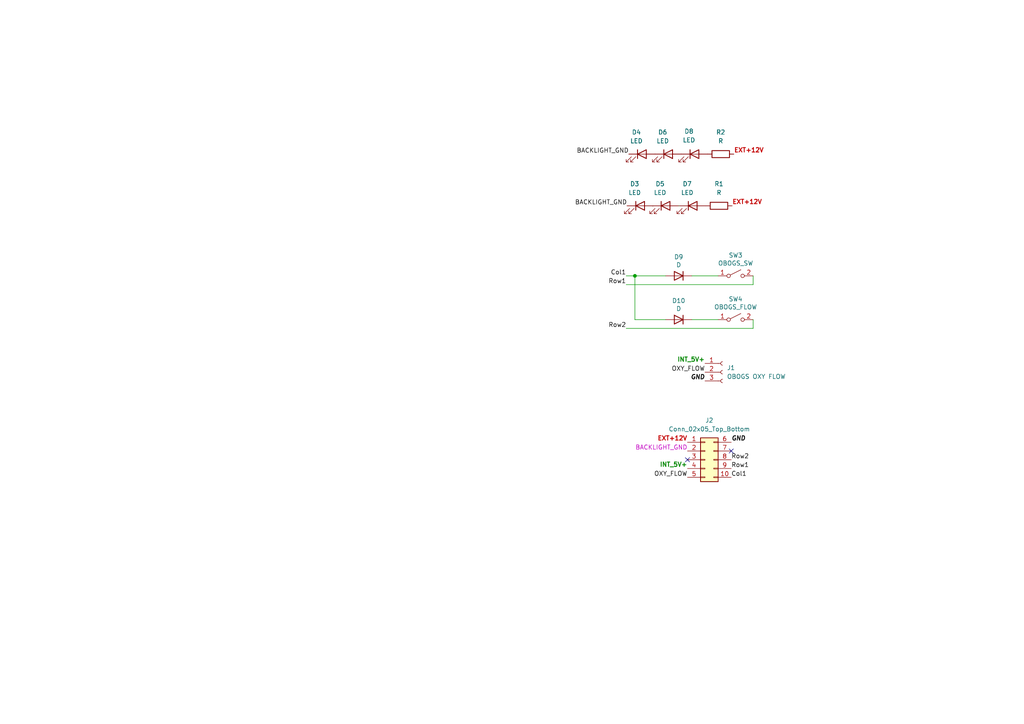
<source format=kicad_sch>
(kicad_sch (version 20231120) (generator "eeschema") (generator_version "8.0")
  (paper "A4")
  (lib_symbols
    (symbol "Connector:Conn_01x03_Socket" (pin_names (offset 1.016) hide)
      (property "Reference" "J" (at 0 5.08 0))
      (property "Value" "Conn_01x03_Socket" (at 0 -5.08 0))
      (symbol "Conn_01x03_Socket_1_1"
        (arc (start 0 -2.032) (mid -0.5058 -2.54) (end 0 -3.048) (stroke (width 0.1524)))
        (polyline (pts (xy -1.27 -2.54) (xy -0.508 -2.54)) (stroke (width 0.1524)))
        (polyline (pts (xy -1.27 0) (xy -0.508 0)) (stroke (width 0.1524)))
        (polyline (pts (xy -1.27 2.54) (xy -0.508 2.54)) (stroke (width 0.1524)))
        (arc (start 0 0.508) (mid -0.5058 0) (end 0 -0.508) (stroke (width 0.1524)))
        (arc (start 0 3.048) (mid -0.5058 2.54) (end 0 2.032) (stroke (width 0.1524)))
        (pin passive line (at -5.08 2.54 0) (length 3.81) (name "Pin_1") (number "1"))
        (pin passive line (at -5.08 0 0) (length 3.81) (name "Pin_2") (number "2"))
        (pin passive line (at -5.08 -2.54 0) (length 3.81) (name "Pin_3") (number "3"))
      )
    )
    (symbol "Connector_Generic:Conn_02x05_Top_Bottom" (pin_names (offset 1.016) hide)
      (property "Reference" "J" (at 1.27 7.62 0))
      (property "Value" "Conn_02x05_Top_Bottom" (at 1.27 -7.62 0))
      (symbol "Conn_02x05_Top_Bottom_1_1"
        (rectangle (start -1.27 -4.953) (end 0 -5.207) (stroke (width 0.1524)))
        (rectangle (start -1.27 -2.413) (end 0 -2.667) (stroke (width 0.1524)))
        (rectangle (start -1.27 0.127) (end 0 -0.127) (stroke (width 0.1524)))
        (rectangle (start -1.27 2.667) (end 0 2.413) (stroke (width 0.1524)))
        (rectangle (start -1.27 5.207) (end 0 4.953) (stroke (width 0.1524)))
        (rectangle (start -1.27 6.35) (end 3.81 -6.35) (stroke (width 0.254)) (fill (type background)))
        (rectangle (start 3.81 -4.953) (end 2.54 -5.207) (stroke (width 0.1524)))
        (rectangle (start 3.81 -2.413) (end 2.54 -2.667) (stroke (width 0.1524)))
        (rectangle (start 3.81 0.127) (end 2.54 -0.127) (stroke (width 0.1524)))
        (rectangle (start 3.81 2.667) (end 2.54 2.413) (stroke (width 0.1524)))
        (rectangle (start 3.81 5.207) (end 2.54 4.953) (stroke (width 0.1524)))
        (pin passive line (at -5.08 5.08 0) (length 3.81) (name "Pin_1") (number "1"))
        (pin passive line (at 7.62 -5.08 180) (length 3.81) (name "Pin_10") (number "10"))
        (pin passive line (at -5.08 2.54 0) (length 3.81) (name "Pin_2") (number "2"))
        (pin passive line (at -5.08 0 0) (length 3.81) (name "Pin_3") (number "3"))
        (pin passive line (at -5.08 -2.54 0) (length 3.81) (name "Pin_4") (number "4"))
        (pin passive line (at -5.08 -5.08 0) (length 3.81) (name "Pin_5") (number "5"))
        (pin passive line (at 7.62 5.08 180) (length 3.81) (name "Pin_6") (number "6"))
        (pin passive line (at 7.62 2.54 180) (length 3.81) (name "Pin_7") (number "7"))
        (pin passive line (at 7.62 0 180) (length 3.81) (name "Pin_8") (number "8"))
        (pin passive line (at 7.62 -2.54 180) (length 3.81) (name "Pin_9") (number "9"))
      )
    )
    (symbol "Device:D" (pin_numbers hide) (pin_names (offset 1.016) hide)
      (property "Reference" "D" (at 0 2.54 0))
      (property "Value" "D" (at 0 -2.54 0))
      (symbol "D_0_1"
        (polyline (pts (xy -1.27 1.27) (xy -1.27 -1.27)) (stroke (width 0.254)))
        (polyline (pts (xy 1.27 0) (xy -1.27 0)))
        (polyline (pts (xy 1.27 1.27) (xy 1.27 -1.27) (xy -1.27 0) (xy 1.27 1.27)) (stroke (width 0.254)))
      )
      (symbol "D_1_1"
        (pin passive line (at -3.81 0 0) (length 2.54) (name "K") (number "1"))
        (pin passive line (at 3.81 0 180) (length 2.54) (name "A") (number "2"))
      )
    )
    (symbol "Device:LED" (pin_numbers hide) (pin_names (offset 1.016) hide)
      (property "Reference" "D" (at 0 2.54 0))
      (property "Value" "LED" (at 0 -2.54 0))
      (symbol "LED_0_1"
        (polyline (pts (xy -1.27 -1.27) (xy -1.27 1.27)) (stroke (width 0.254)))
        (polyline (pts (xy -1.27 0) (xy 1.27 0)))
        (polyline (pts (xy 1.27 -1.27) (xy 1.27 1.27) (xy -1.27 0) (xy 1.27 -1.27)) (stroke (width 0.254)))
        (polyline (pts (xy -3.048 -0.762) (xy -4.572 -2.286) (xy -3.81 -2.286) (xy -4.572 -2.286) (xy -4.572 -1.524)))
        (polyline (pts (xy -1.778 -0.762) (xy -3.302 -2.286) (xy -2.54 -2.286) (xy -3.302 -2.286) (xy -3.302 -1.524)))
      )
      (symbol "LED_1_1"
        (pin passive line (at -3.81 0 0) (length 2.54) (name "K") (number "1"))
        (pin passive line (at 3.81 0 180) (length 2.54) (name "A") (number "2"))
      )
    )
    (symbol "Device:R" (pin_numbers hide) (pin_names (offset 0))
      (property "Reference" "R" (at 2.032 0 90))
      (property "Value" "R" (at 0 0 90))
      (symbol "R_0_1"
        (rectangle (start -1.016 -2.54) (end 1.016 2.54) (stroke (width 0.254)))
      )
      (symbol "R_1_1"
        (pin passive line (at 0 3.81 270) (length 1.27) (name "~") (number "1"))
        (pin passive line (at 0 -3.81 90) (length 1.27) (name "~") (number "2"))
      )
    )
    (symbol "Switch:SW_SPST" (pin_names (offset 0) hide)
      (property "Reference" "SW" (at 0 3.175 0))
      (property "Value" "SW_SPST" (at 0 -2.54 0))
      (symbol "SW_SPST_0_0"
        (circle (center -2.032 0) (radius 0.508))
        (polyline (pts (xy -1.524 0.254) (xy 1.524 1.778)))
        (circle (center 2.032 0) (radius 0.508))
      )
      (symbol "SW_SPST_1_1"
        (pin passive line (at -5.08 0 0) (length 2.54) (name "A") (number "1"))
        (pin passive line (at 5.08 0 180) (length 2.54) (name "B") (number "2"))
      )
    )
  )
  (junction (at 184.15 80.01))
  (no_connect (at 199.39 133.35))
  (no_connect (at 212.09 130.81))
  (wire (pts (xy 196.85 59.69) (xy 197.104 59.69)))
  (wire (pts (xy 218.44 80.01) (xy 218.44 82.55)))
  (wire (pts (xy 184.15 80.01) (xy 193.04 80.01)))
  (wire (pts (xy 184.15 80.01) (xy 184.15 92.71)))
  (wire (pts (xy 189.23 59.69) (xy 189.484 59.69)))
  (wire (pts (xy 181.61 82.55) (xy 218.44 82.55)))
  (wire (pts (xy 200.66 92.71) (xy 208.28 92.71)))
  (wire (pts (xy 218.44 92.71) (xy 218.44 95.25)))
  (wire (pts (xy 181.61 80.01) (xy 184.15 80.01)))
  (wire (pts (xy 184.15 92.71) (xy 193.04 92.71)))
  (wire (pts (xy 200.66 80.01) (xy 208.28 80.01)))
  (wire (pts (xy 181.61 95.25) (xy 218.44 95.25)))
  (label "EXT+12V" (at 199.39 128.27 180) (effects (font (thickness 0.254) (bold yes))))
  (label "INT_5V+" (at 199.39 135.89 180) (effects (font (thickness 0.254) (bold yes))))
  (label "Row2" (at 212.09 133.35 0))
  (label "Row1" (at 212.09 135.89 0))
  (label "OXY_FLOW" (at 204.47 107.95 180))
  (label "BACKLIGHT_GND" (at 182.372 44.704 180))
  (label "BACKLIGHT_GND" (at 199.39 130.81 180))
  (label "OXY_FLOW" (at 199.39 138.43 180))
  (label "GND" (at 204.47 110.49 180) (effects (font (thickness 0.254) (bold yes) (italic yes))))
  (label "Col1" (at 181.61 80.01 180))
  (label "BACKLIGHT_GND" (at 181.864 59.69 180))
  (label "GND" (at 212.09 128.27 0) (effects (font (thickness 0.254) (bold yes) (italic yes))))
  (label "EXT+12V" (at 212.344 59.69 0) (effects (font (thickness 0.254) (bold yes))))
  (label "Row2" (at 181.61 95.25 180))
  (label "INT_5V+" (at 204.47 105.41 180) (effects (font (thickness 0.254) (bold yes))))
  (label "Col1" (at 212.09 138.43 0))
  (label "EXT+12V" (at 212.852 44.704 0) (effects (font (thickness 0.254) (bold yes))))
  (label "Row1" (at 181.61 82.55 180))
  (symbol (lib_id "Connector:Conn_01x03_Socket") (at 209.55 107.95 0) (unit 1)
    (property "Reference" "J1" (at 210.82 106.6799 0) (effects (justify left)))
    (property "Value" "OBOGS OXY FLOW" (at 210.82 109.2199 0) (effects (justify left)))
    (property "Footprint" "Connector_JST:JST_XH_B3B-XH-A_1x03_P2.50mm_Vertical" (effects (hide yes)))
    (property "Description" "Generic connector, single row, 01x03, script generated" (effects (hide yes)))
  )
  (symbol (lib_id "Switch:SW_SPST") (at 213.36 92.71 0) (unit 1)
    (property "Reference" "SW4" (at 213.36 86.741 0))
    (property "Value" "OBOGS_FLOW" (at 213.36 89.0524 0))
    (property "Footprint" "Connector_JST:JST_XH_B2B-XH-A_1x02_P2.50mm_Vertical" (effects (hide yes)))
  )
  (symbol (lib_id "Switch:SW_SPST") (at 213.36 80.01 0) (unit 1)
    (property "Reference" "SW3" (at 213.36 74.041 0))
    (property "Value" "OBOGS_SW" (at 213.36 76.3524 0))
    (property "Footprint" "Connector_JST:JST_XH_B2B-XH-A_1x02_P2.50mm_Vertical" (effects (hide yes)))
  )
  (symbol (lib_id "Device:LED") (at 185.674 59.69 0) (unit 1)
    (property "Reference" "D3" (at 184.0865 53.34 0))
    (property "Value" "LED" (at 184.0865 55.88 0))
    (property "Footprint" "LED_THT:LED_D3.0mm_FlatTop" (effects (hide yes)))
  )
  (symbol (lib_id "Connector_Generic:Conn_02x05_Top_Bottom") (at 204.47 133.35 0) (unit 1)
    (property "Reference" "J2" (at 205.74 121.92 0))
    (property "Value" "Conn_02x05_Top_Bottom" (at 205.74 124.46 0))
    (property "Footprint" "Connector_IDC:IDC-Header_2x05_P2.54mm_Vertical" (effects (hide yes)))
    (property "Description" "Generic connector, double row, 02x05, top/bottom pin numbering scheme (row 1: 1...pins_per_row, row2: pins_per_row+1 ... num_pins), script generated (kicad-library-utils/schlib/autogen/connector/)" (effects (hide yes)))
  )
  (symbol (lib_id "Device:D") (at 196.85 80.01 0) (mirror y) (unit 1)
    (property "Reference" "D9" (at 196.85 74.5236 0))
    (property "Value" "D" (at 196.85 76.835 0))
    (property "Footprint" "Library:D_A-405_P7.62mm_Horizontal-SIGNAL" (effects (hide yes)))
  )
  (symbol (lib_id "Device:LED") (at 200.914 59.69 0) (unit 1)
    (property "Reference" "D7" (at 199.3265 53.34 0))
    (property "Value" "LED" (at 199.3265 55.88 0))
    (property "Footprint" "LED_THT:LED_D3.0mm_FlatTop" (effects (hide yes)))
  )
  (symbol (lib_id "Device:R") (at 208.534 59.69 90) (unit 1)
    (property "Reference" "R1" (at 208.534 53.34 90))
    (property "Value" "R" (at 208.534 55.88 90))
    (property "Footprint" "Resistor_THT:R_Axial_DIN0204_L3.6mm_D1.6mm_P7.62mm_Horizontal" (effects (hide yes)))
  )
  (symbol (lib_id "Device:LED") (at 193.802 44.704 0) (unit 1)
    (property "Reference" "D6" (at 192.2145 38.354 0))
    (property "Value" "LED" (at 192.2145 40.894 0))
    (property "Footprint" "LED_THT:LED_D3.0mm_FlatTop" (effects (hide yes)))
  )
  (symbol (lib_id "Device:R") (at 209.042 44.704 90) (unit 1)
    (property "Reference" "R2" (at 209.042 38.354 90))
    (property "Value" "R" (at 209.042 40.894 90))
    (property "Footprint" "Resistor_THT:R_Axial_DIN0204_L3.6mm_D1.6mm_P7.62mm_Horizontal" (effects (hide yes)))
  )
  (symbol (lib_id "Device:LED") (at 201.422 44.704 0) (unit 1)
    (property "Reference" "D8" (at 199.8345 38.1 0))
    (property "Value" "LED" (at 199.8345 40.64 0))
    (property "Footprint" "LED_THT:LED_D3.0mm_FlatTop" (effects (hide yes)))
  )
  (symbol (lib_id "Device:LED") (at 193.04 59.69 0) (unit 1)
    (property "Reference" "D5" (at 191.4525 53.34 0))
    (property "Value" "LED" (at 191.4525 55.88 0))
    (property "Footprint" "LED_THT:LED_D3.0mm_FlatTop" (effects (hide yes)))
  )
  (symbol (lib_id "Device:D") (at 196.85 92.71 0) (mirror y) (unit 1)
    (property "Reference" "D10" (at 196.85 87.2236 0))
    (property "Value" "D" (at 196.85 89.535 0))
    (property "Footprint" "Library:D_A-405_P7.62mm_Horizontal-SIGNAL" (effects (hide yes)))
  )
  (symbol (lib_id "Device:LED") (at 186.182 44.704 0) (unit 1)
    (property "Reference" "D4" (at 184.5945 38.354 0))
    (property "Value" "LED" (at 184.5945 40.894 0))
    (property "Footprint" "LED_THT:LED_D3.0mm_FlatTop" (effects (hide yes)))
  )
)
</source>
